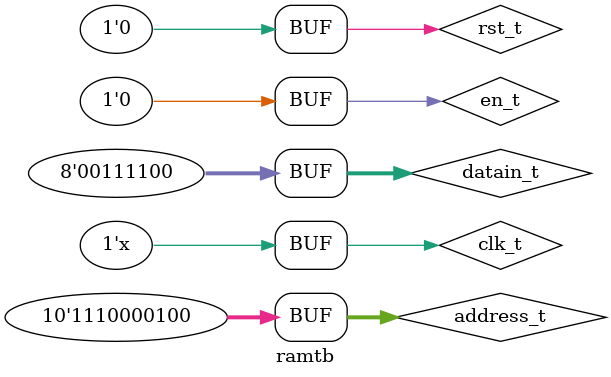
<source format=v>
module ramtb;
    reg clk_t, rst_t, en_t;
    reg [7:0] datain_t;
    reg [9:0] address_t;
    wire [7:0] dataout_t;

    ram dut(.clk(clk_t), .rst(rst_t), .en(en_t), .datain(datain_t),
            .address(address_t), .dataout(dataout_t));

    initial begin
        clk_t = 1'b0;
        rst_t = 1'b1;
        #100 rst_t = 1'b0;
        en_t = 1'b1;
        address_t = 10'd800;
        datain_t = 8'd50;
        #100 address_t = 10'd900;
        datain_t = 8'd60;
        #100 en_t = 1'b0;
        address_t = 10'd800;
        #100 address_t = 10'd900;
    end

    always #10 clk_t = ~clk_t;

endmodule

</source>
